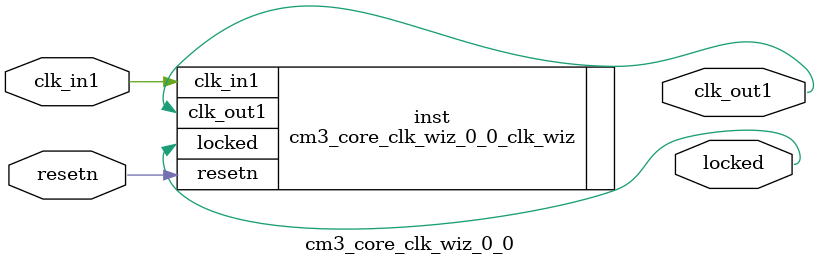
<source format=v>


`timescale 1ps/1ps

(* CORE_GENERATION_INFO = "cm3_core_clk_wiz_0_0,clk_wiz_v6_0_2_0_0,{component_name=cm3_core_clk_wiz_0_0,use_phase_alignment=true,use_min_o_jitter=false,use_max_i_jitter=false,use_dyn_phase_shift=false,use_inclk_switchover=false,use_dyn_reconfig=false,enable_axi=0,feedback_source=FDBK_AUTO,PRIMITIVE=MMCM,num_out_clk=1,clkin1_period=20.000,clkin2_period=10.0,use_power_down=false,use_reset=true,use_locked=true,use_inclk_stopped=false,feedback_type=SINGLE,CLOCK_MGR_TYPE=NA,manual_override=false}" *)

module cm3_core_clk_wiz_0_0 
 (
  // Clock out ports
  output        clk_out1,
  // Status and control signals
  input         resetn,
  output        locked,
 // Clock in ports
  input         clk_in1
 );

  cm3_core_clk_wiz_0_0_clk_wiz inst
  (
  // Clock out ports  
  .clk_out1(clk_out1),
  // Status and control signals               
  .resetn(resetn), 
  .locked(locked),
 // Clock in ports
  .clk_in1(clk_in1)
  );

endmodule

</source>
